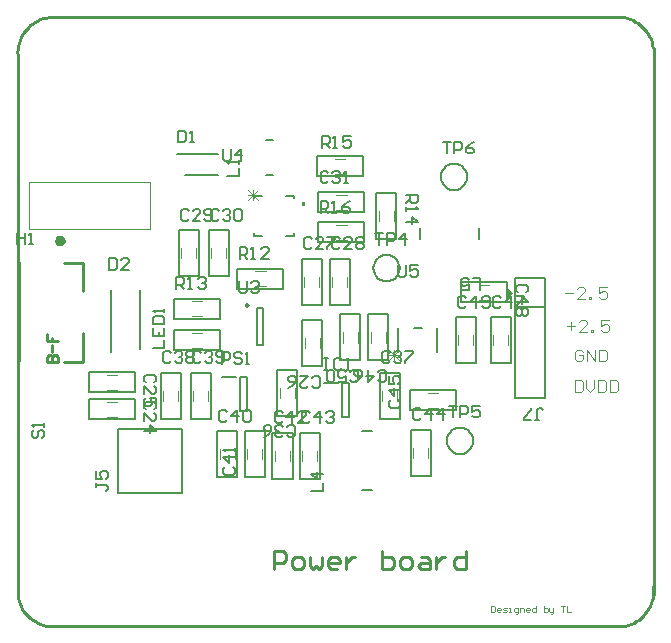
<source format=gto>
G04 Layer_Color=65535*
%FSLAX25Y25*%
%MOIN*%
G70*
G01*
G75*
%ADD26C,0.01000*%
%ADD35C,0.01575*%
%ADD36C,0.00700*%
%ADD37C,0.00984*%
%ADD38C,0.00787*%
%ADD39C,0.00500*%
%ADD40C,0.00400*%
%ADD41C,0.00394*%
%ADD42C,0.00600*%
%ADD43C,0.00591*%
%ADD44C,0.00300*%
G36*
X451302Y296437D02*
X448802Y293937D01*
Y298937D01*
X451302Y296437D01*
D02*
G37*
G36*
X381703Y325424D02*
X380703D01*
Y326924D01*
X381703D01*
Y325424D01*
D02*
G37*
D26*
X296358Y388484D02*
X295384Y388310D01*
X294428Y388055D01*
X293496Y387723D01*
X292595Y387314D01*
X291731Y386833D01*
X290909Y386282D01*
X290136Y385665D01*
X289416Y384986D01*
X288755Y384250D01*
X288157Y383462D01*
X287625Y382627D01*
X287165Y381751D01*
X286779Y380841D01*
X286469Y379901D01*
X286237Y378939D01*
X286086Y377961D01*
X286017Y376974D01*
X286029Y375985D01*
X286122Y375000D01*
X497835Y378248D02*
X497660Y379222D01*
X497406Y380178D01*
X497073Y381110D01*
X496665Y382011D01*
X496183Y382875D01*
X495632Y383697D01*
X495015Y384471D01*
X494336Y385190D01*
X493600Y385852D01*
X492812Y386450D01*
X491978Y386981D01*
X491102Y387441D01*
X490191Y387828D01*
X489251Y388138D01*
X488289Y388369D01*
X487312Y388520D01*
X486325Y388590D01*
X485335Y388578D01*
X484350Y388484D01*
X286024Y195768D02*
X286198Y194794D01*
X286453Y193838D01*
X286785Y192906D01*
X287194Y192005D01*
X287675Y191140D01*
X288226Y190319D01*
X288843Y189545D01*
X289522Y188826D01*
X290258Y188164D01*
X291046Y187566D01*
X291881Y187035D01*
X292757Y186574D01*
X293667Y186188D01*
X294607Y185878D01*
X295569Y185647D01*
X296547Y185496D01*
X297534Y185426D01*
X298523Y185438D01*
X299508Y185531D01*
X487598Y185433D02*
X488572Y185608D01*
X489528Y185862D01*
X490460Y186195D01*
X491361Y186603D01*
X492226Y187084D01*
X493048Y187636D01*
X493821Y188253D01*
X494541Y188931D01*
X495202Y189667D01*
X495800Y190455D01*
X496331Y191290D01*
X496792Y192166D01*
X497178Y193077D01*
X497488Y194016D01*
X497719Y194978D01*
X497870Y195956D01*
X497940Y196943D01*
X497928Y197932D01*
X497835Y198917D01*
X301605Y273520D02*
X307904D01*
X301605Y306591D02*
X307904D01*
Y273520D02*
Y283166D01*
X286447Y273717D02*
Y306788D01*
X307904Y297143D02*
Y306591D01*
X498032Y195669D02*
Y378248D01*
X295472Y185433D02*
X488878D01*
X296555Y388484D02*
X486614D01*
X286122Y194783D02*
Y375000D01*
X295897Y273324D02*
X299439D01*
Y275095D01*
X298849Y275685D01*
X298259D01*
X297668Y275095D01*
Y273324D01*
Y275095D01*
X297078Y275685D01*
X296488D01*
X295897Y275095D01*
Y273324D01*
X297668Y276866D02*
Y279227D01*
X295897Y282769D02*
Y280408D01*
X297668D01*
Y281589D01*
Y280408D01*
X299439D01*
X371655Y204387D02*
Y210385D01*
X374654D01*
X375654Y209386D01*
Y207386D01*
X374654Y206387D01*
X371655D01*
X378653Y204387D02*
X380652D01*
X381652Y205387D01*
Y207386D01*
X380652Y208386D01*
X378653D01*
X377653Y207386D01*
Y205387D01*
X378653Y204387D01*
X383651Y208386D02*
Y205387D01*
X384651Y204387D01*
X385651Y205387D01*
X386650Y204387D01*
X387650Y205387D01*
Y208386D01*
X392648Y204387D02*
X390649D01*
X389649Y205387D01*
Y207386D01*
X390649Y208386D01*
X392648D01*
X393648Y207386D01*
Y206387D01*
X389649D01*
X395647Y208386D02*
Y204387D01*
Y206387D01*
X396647Y207386D01*
X397647Y208386D01*
X398646D01*
X407644Y210385D02*
Y204387D01*
X410642D01*
X411642Y205387D01*
Y206387D01*
Y207386D01*
X410642Y208386D01*
X407644D01*
X414641Y204387D02*
X416641D01*
X417640Y205387D01*
Y207386D01*
X416641Y208386D01*
X414641D01*
X413642Y207386D01*
Y205387D01*
X414641Y204387D01*
X420639Y208386D02*
X422639D01*
X423638Y207386D01*
Y204387D01*
X420639D01*
X419640Y205387D01*
X420639Y206387D01*
X423638D01*
X425638Y208386D02*
Y204387D01*
Y206387D01*
X426637Y207386D01*
X427637Y208386D01*
X428637D01*
X435634Y210385D02*
Y204387D01*
X432635D01*
X431636Y205387D01*
Y207386D01*
X432635Y208386D01*
X435634D01*
D35*
X299176Y313926D02*
X299668Y313074D01*
X300652D01*
X301144Y313926D01*
X300652Y314778D01*
X299668D01*
X299176Y313926D01*
D36*
X413404Y304737D02*
X413293Y305716D01*
X412968Y306647D01*
X412443Y307481D01*
X411746Y308178D01*
X410912Y308702D01*
X409982Y309028D01*
X409002Y309138D01*
X408023Y309028D01*
X407093Y308702D01*
X406258Y308178D01*
X405561Y307481D01*
X405037Y306647D01*
X404712Y305716D01*
X404601Y304737D01*
X404712Y303758D01*
X405037Y302827D01*
X405561Y301993D01*
X406258Y301296D01*
X407093Y300772D01*
X408023Y300446D01*
X409002Y300336D01*
X409982Y300446D01*
X410912Y300772D01*
X411746Y301296D01*
X412443Y301993D01*
X412968Y302827D01*
X413293Y303758D01*
X413404Y304737D01*
X437903Y247237D02*
X437793Y248216D01*
X437468Y249147D01*
X436943Y249981D01*
X436246Y250678D01*
X435412Y251202D01*
X434482Y251528D01*
X433502Y251638D01*
X432523Y251528D01*
X431593Y251202D01*
X430758Y250678D01*
X430061Y249981D01*
X429537Y249147D01*
X429212Y248216D01*
X429101Y247237D01*
X429212Y246258D01*
X429537Y245327D01*
X430061Y244493D01*
X430758Y243796D01*
X431593Y243272D01*
X432523Y242946D01*
X433502Y242836D01*
X434482Y242946D01*
X435412Y243272D01*
X436246Y243796D01*
X436943Y244493D01*
X437468Y245327D01*
X437793Y246258D01*
X437903Y247237D01*
X435904Y335237D02*
X435793Y336216D01*
X435468Y337147D01*
X434943Y337981D01*
X434246Y338678D01*
X433412Y339202D01*
X432482Y339528D01*
X431502Y339638D01*
X430523Y339528D01*
X429593Y339202D01*
X428758Y338678D01*
X428061Y337981D01*
X427537Y337147D01*
X427212Y336216D01*
X427101Y335237D01*
X427212Y334258D01*
X427537Y333327D01*
X428061Y332493D01*
X428758Y331796D01*
X429593Y331272D01*
X430523Y330946D01*
X431502Y330836D01*
X432482Y330946D01*
X433412Y331272D01*
X434246Y331796D01*
X434943Y332493D01*
X435468Y333327D01*
X435793Y334258D01*
X435904Y335237D01*
X451902Y291937D02*
X461802D01*
X451902Y261437D02*
X461902D01*
Y301437D01*
X451902D02*
X461902D01*
X451902Y261437D02*
Y301437D01*
X319364Y229876D02*
Y251135D01*
X340821D01*
Y229876D02*
Y251135D01*
X319364Y229876D02*
X340821D01*
D37*
X362770Y292422D02*
X362032Y292848D01*
Y291996D01*
X362770Y292422D01*
D38*
X439845Y314465D02*
Y318009D01*
X420160Y314465D02*
Y318009D01*
X354219Y268642D02*
X358943D01*
X360321Y257028D02*
Y268446D01*
Y257028D02*
X362684D01*
Y268446D01*
X360321D02*
X362684D01*
X367987Y279135D02*
Y291339D01*
X366018Y279135D02*
Y291339D01*
Y279135D02*
X367987D01*
X366018Y291339D02*
X367987D01*
X400731Y230894D02*
X404274D01*
X400731Y250580D02*
X404274D01*
X368821Y335871D02*
X371183D01*
X368821Y347603D02*
X371183D01*
X388219Y266642D02*
X392943D01*
X394321Y255028D02*
Y266446D01*
Y255028D02*
X396684D01*
Y266446D01*
X394321D02*
X396684D01*
X326924Y277894D02*
Y297580D01*
X317081Y276713D02*
Y297580D01*
X341990Y335694D02*
X353014D01*
X339195Y342780D02*
X353014D01*
D39*
X353550Y277437D02*
Y284137D01*
X338250Y277437D02*
X353550D01*
X338250D02*
Y284137D01*
X353550D01*
X359302Y297837D02*
Y304537D01*
X374602D01*
Y297837D02*
Y304537D01*
X359302Y297837D02*
X374602D01*
X338250Y287837D02*
Y294537D01*
X353550D01*
Y287837D02*
Y294537D01*
X338250Y287837D02*
X353550D01*
X405602Y329937D02*
X412302D01*
Y314637D02*
Y329937D01*
X405602Y314637D02*
X412302D01*
X405602D02*
Y329937D01*
X401202Y335437D02*
Y342137D01*
X385902Y335437D02*
X401202D01*
X385902D02*
Y342137D01*
X401202D01*
X386302Y313337D02*
Y320037D01*
X401602D01*
Y313337D02*
Y320037D01*
X386302Y313337D02*
X401602D01*
X393602Y289337D02*
X400302D01*
Y274037D02*
Y289337D01*
X393602Y274037D02*
X400302D01*
X393602D02*
Y289337D01*
X432202Y273037D02*
X438902D01*
X432202D02*
Y288337D01*
X438902D01*
Y273037D02*
Y288337D01*
X433802Y293337D02*
Y300037D01*
X449102D01*
Y293337D02*
Y300037D01*
X433802Y293337D02*
X449102D01*
X443702Y273037D02*
X450402D01*
X443702D02*
Y288337D01*
X450402D01*
Y273037D02*
Y288337D01*
X402802Y289337D02*
X409502D01*
Y274037D02*
Y289337D01*
X402802Y274037D02*
X409502D01*
X402802D02*
Y289337D01*
X432202Y257437D02*
Y264137D01*
X416902Y257437D02*
X432202D01*
X416902D02*
Y264137D01*
X432202D01*
X417202Y235537D02*
X423902D01*
X417202D02*
Y250837D01*
X423902D01*
Y235537D02*
Y250837D01*
X380202Y234537D02*
X386902D01*
X380202D02*
Y249837D01*
X386902D01*
Y234537D02*
Y249837D01*
X371002Y234537D02*
X377702D01*
X371002D02*
Y249837D01*
X377702D01*
Y234537D02*
Y249837D01*
X361802Y235037D02*
X368502D01*
X361802D02*
Y250337D01*
X368502D01*
Y235037D02*
Y250337D01*
X352602Y235037D02*
X359302D01*
X352602D02*
Y250337D01*
X359302D01*
Y235037D02*
Y250337D01*
X343702Y254537D02*
X350402D01*
X343702D02*
Y269837D01*
X350402D01*
Y254537D02*
Y269837D01*
X333702Y254537D02*
X340402D01*
X333702D02*
Y269837D01*
X340402D01*
Y254537D02*
Y269837D01*
X406702Y254537D02*
X413402D01*
X406702D02*
Y269837D01*
X413402D01*
Y254537D02*
Y269837D01*
X372602Y270937D02*
X379302D01*
Y255637D02*
Y270937D01*
X372602Y255637D02*
X379302D01*
X372602D02*
Y270937D01*
X386302Y323337D02*
Y330037D01*
X401602D01*
Y323337D02*
Y330037D01*
X386302Y323337D02*
X401602D01*
X349702Y302037D02*
X356402D01*
X349702D02*
Y317337D01*
X356402D01*
Y302037D02*
Y317337D01*
X339702Y302037D02*
X346402D01*
X339702D02*
Y317337D01*
X346402D01*
Y302037D02*
Y317337D01*
X390202Y292537D02*
X396902D01*
X390202D02*
Y307837D01*
X396902D01*
Y292537D02*
Y307837D01*
X380702Y292537D02*
X387402D01*
X380702D02*
Y307837D01*
X387402D01*
Y292537D02*
Y307837D01*
X380802Y287437D02*
X387502D01*
Y272137D02*
Y287437D01*
X380802Y272137D02*
X387502D01*
X380802D02*
Y287437D01*
X309802Y263337D02*
Y270037D01*
X325102D01*
Y263337D02*
Y270037D01*
X309802Y263337D02*
X325102D01*
X309802Y254337D02*
Y261037D01*
X325102D01*
Y254337D02*
Y261037D01*
X309802Y254337D02*
X325102D01*
D40*
X344150Y283237D02*
X347550D01*
X344150Y278237D02*
X347550D01*
X365302Y298737D02*
X368702D01*
X365302Y303737D02*
X368702D01*
X344250Y288737D02*
X347650D01*
X344250Y293737D02*
X347650D01*
X406502Y320537D02*
Y323937D01*
X411502Y320537D02*
Y323937D01*
X391802Y341237D02*
X395202D01*
X391802Y336237D02*
X395202D01*
X392302Y314237D02*
X395702D01*
X392302Y319237D02*
X395702D01*
X394502Y279937D02*
Y283337D01*
X399502Y279937D02*
Y283337D01*
X438002Y279037D02*
Y282437D01*
X433002Y279037D02*
Y282437D01*
X439802Y294237D02*
X443202D01*
X439802Y299237D02*
X443202D01*
X449502Y279037D02*
Y282437D01*
X444502Y279037D02*
Y282437D01*
X403702Y279937D02*
Y283337D01*
X408702Y279937D02*
Y283337D01*
X422802Y263237D02*
X426202D01*
X422802Y258237D02*
X426202D01*
X423002Y241537D02*
Y244937D01*
X418002Y241537D02*
Y244937D01*
X386002Y240537D02*
Y243937D01*
X381002Y240537D02*
Y243937D01*
X376802Y240537D02*
Y243937D01*
X371802Y240537D02*
Y243937D01*
X367602Y241037D02*
Y244437D01*
X362602Y241037D02*
Y244437D01*
X358402Y241037D02*
Y244437D01*
X353402Y241037D02*
Y244437D01*
X349502Y260537D02*
Y263937D01*
X344502Y260537D02*
Y263937D01*
X339502Y260537D02*
Y263937D01*
X334502Y260537D02*
Y263937D01*
X412502Y260537D02*
Y263937D01*
X407502Y260537D02*
Y263937D01*
X373502Y261537D02*
Y264937D01*
X378502Y261537D02*
Y264937D01*
X392302Y324237D02*
X395702D01*
X392302Y329237D02*
X395702D01*
X355502Y308037D02*
Y311437D01*
X350502Y308037D02*
Y311437D01*
X345502Y308037D02*
Y311437D01*
X340502Y308037D02*
Y311437D01*
X396002Y298537D02*
Y301937D01*
X391002Y298537D02*
Y301937D01*
X386502Y298537D02*
Y301937D01*
X381502Y298537D02*
Y301937D01*
X381702Y278037D02*
Y281437D01*
X386702Y278037D02*
Y281437D01*
X315802Y264237D02*
X319202D01*
X315802Y269237D02*
X319202D01*
X315802Y255237D02*
X319202D01*
X315802Y260237D02*
X319202D01*
D41*
X289924Y317863D02*
X330081D01*
Y333611D01*
X289924D02*
X330081D01*
X289924Y317863D02*
Y333611D01*
X443998Y192182D02*
Y190214D01*
X444982D01*
X445309Y190542D01*
Y191854D01*
X444982Y192182D01*
X443998D01*
X446949Y190214D02*
X446293D01*
X445965Y190542D01*
Y191198D01*
X446293Y191526D01*
X446949D01*
X447277Y191198D01*
Y190870D01*
X445965D01*
X447933Y190214D02*
X448917D01*
X449245Y190542D01*
X448917Y190870D01*
X448261D01*
X447933Y191198D01*
X448261Y191526D01*
X449245D01*
X449901Y190214D02*
X450557D01*
X450229D01*
Y191526D01*
X449901D01*
X452197Y189558D02*
X452525D01*
X452853Y189886D01*
Y191526D01*
X451869D01*
X451541Y191198D01*
Y190542D01*
X451869Y190214D01*
X452853D01*
X453509D02*
Y191526D01*
X454493D01*
X454821Y191198D01*
Y190214D01*
X456461D02*
X455805D01*
X455477Y190542D01*
Y191198D01*
X455805Y191526D01*
X456461D01*
X456789Y191198D01*
Y190870D01*
X455477D01*
X458757Y192182D02*
Y190214D01*
X457773D01*
X457445Y190542D01*
Y191198D01*
X457773Y191526D01*
X458757D01*
X461380Y192182D02*
Y190214D01*
X462364D01*
X462692Y190542D01*
Y190870D01*
Y191198D01*
X462364Y191526D01*
X461380D01*
X463348D02*
Y190542D01*
X463676Y190214D01*
X464660D01*
Y189886D01*
X464332Y189558D01*
X464004D01*
X464660Y190214D02*
Y191526D01*
X467284Y192182D02*
X468596D01*
X467940D01*
Y190214D01*
X469252Y192182D02*
Y190214D01*
X470564D01*
X469279Y285607D02*
X471903D01*
X470591Y286919D02*
Y284295D01*
X475838Y283639D02*
X473214D01*
X475838Y286263D01*
Y286919D01*
X475182Y287575D01*
X473870D01*
X473214Y286919D01*
X477150Y283639D02*
Y284295D01*
X477806D01*
Y283639D01*
X477150D01*
X483054Y287575D02*
X480430D01*
Y285607D01*
X481742Y286263D01*
X482398D01*
X483054Y285607D01*
Y284295D01*
X482398Y283639D01*
X481086D01*
X480430Y284295D01*
X468688Y296434D02*
X471312D01*
X475248Y294466D02*
X472624D01*
X475248Y297090D01*
Y297746D01*
X474592Y298402D01*
X473280D01*
X472624Y297746D01*
X476560Y294466D02*
Y295122D01*
X477216D01*
Y294466D01*
X476560D01*
X482463Y298402D02*
X479840D01*
Y296434D01*
X481151Y297090D01*
X481807D01*
X482463Y296434D01*
Y295122D01*
X481807Y294466D01*
X480495D01*
X479840Y295122D01*
X471739Y267398D02*
Y263462D01*
X473707D01*
X474363Y264118D01*
Y266742D01*
X473707Y267398D01*
X471739D01*
X475675D02*
Y264774D01*
X476987Y263462D01*
X478299Y264774D01*
Y267398D01*
X479611D02*
Y263462D01*
X481579D01*
X482235Y264118D01*
Y266742D01*
X481579Y267398D01*
X479611D01*
X483547D02*
Y263462D01*
X485514D01*
X486170Y264118D01*
Y266742D01*
X485514Y267398D01*
X483547D01*
X474560Y276978D02*
X473904Y277634D01*
X472592D01*
X471936Y276978D01*
Y274354D01*
X472592Y273698D01*
X473904D01*
X474560Y274354D01*
Y275666D01*
X473248D01*
X475872Y273698D02*
Y277634D01*
X478496Y273698D01*
Y277634D01*
X479808D02*
Y273698D01*
X481776D01*
X482432Y274354D01*
Y276978D01*
X481776Y277634D01*
X479808D01*
D42*
X375568Y315536D02*
X378203D01*
X364802D02*
X367437D01*
X378203D02*
Y316439D01*
X375568Y328938D02*
X378203D01*
X364802Y328035D02*
Y328938D01*
Y315536D02*
Y316439D01*
X378203Y328035D02*
Y328938D01*
X364802D02*
X367437D01*
X426002Y276787D02*
Y284687D01*
X418172D02*
X420832D01*
X413002Y276787D02*
Y284687D01*
D43*
X440352Y297551D02*
Y301487D01*
X437729D01*
X433793Y297551D02*
X436417D01*
Y299519D01*
X435105Y298863D01*
X434449D01*
X433793Y299519D01*
Y300831D01*
X434449Y301487D01*
X435761D01*
X436417Y300831D01*
X331065Y278187D02*
X335000D01*
Y280811D01*
X331065Y284747D02*
Y282123D01*
X335000D01*
Y284747D01*
X333032Y282123D02*
Y283435D01*
X331065Y286058D02*
X335000D01*
Y288026D01*
X334345Y288682D01*
X331721D01*
X331065Y288026D01*
Y286058D01*
X335000Y289994D02*
Y291306D01*
Y290650D01*
X331065D01*
X331721Y289994D01*
X354152Y272787D02*
Y276723D01*
X356120D01*
X356776Y276067D01*
Y274755D01*
X356120Y274099D01*
X354152D01*
X360712Y276067D02*
X360056Y276723D01*
X358744D01*
X358088Y276067D01*
Y275411D01*
X358744Y274755D01*
X360056D01*
X360712Y274099D01*
Y273443D01*
X360056Y272787D01*
X358744D01*
X358088Y273443D01*
X362024Y272787D02*
X363336D01*
X362680D01*
Y276723D01*
X362024Y276067D01*
X360052Y307787D02*
Y311723D01*
X362020D01*
X362676Y311067D01*
Y309755D01*
X362020Y309099D01*
X360052D01*
X361364D02*
X362676Y307787D01*
X363988D02*
X365300D01*
X364644D01*
Y311723D01*
X363988Y311067D01*
X369892Y307787D02*
X367268D01*
X369892Y310411D01*
Y311067D01*
X369236Y311723D01*
X367924D01*
X367268Y311067D01*
X339000Y297787D02*
Y301723D01*
X340968D01*
X341624Y301067D01*
Y299755D01*
X340968Y299099D01*
X339000D01*
X340312D02*
X341624Y297787D01*
X342936D02*
X344248D01*
X343592D01*
Y301723D01*
X342936Y301067D01*
X346216D02*
X346872Y301723D01*
X348184D01*
X348840Y301067D01*
Y300411D01*
X348184Y299755D01*
X347528D01*
X348184D01*
X348840Y299099D01*
Y298443D01*
X348184Y297787D01*
X346872D01*
X346216Y298443D01*
X415552Y329187D02*
X419488D01*
Y327219D01*
X418832Y326563D01*
X417520D01*
X416864Y327219D01*
Y329187D01*
Y327875D02*
X415552Y326563D01*
Y325251D02*
Y323939D01*
Y324595D01*
X419488D01*
X418832Y325251D01*
X415552Y320004D02*
X419488D01*
X417520Y321972D01*
Y319348D01*
X387402Y344783D02*
Y348719D01*
X389369D01*
X390025Y348063D01*
Y346751D01*
X389369Y346095D01*
X387402D01*
X388714D02*
X390025Y344783D01*
X391337D02*
X392649D01*
X391993D01*
Y348719D01*
X391337Y348063D01*
X397241Y348719D02*
X394617D01*
Y346751D01*
X395929Y347407D01*
X396585D01*
X397241Y346751D01*
Y345439D01*
X396585Y344783D01*
X395273D01*
X394617Y345439D01*
X387052Y323287D02*
Y327223D01*
X389020D01*
X389676Y326567D01*
Y325255D01*
X389020Y324599D01*
X387052D01*
X388364D02*
X389676Y323287D01*
X390988D02*
X392300D01*
X391644D01*
Y327223D01*
X390988Y326567D01*
X396892Y327223D02*
X395580Y326567D01*
X394268Y325255D01*
Y323943D01*
X394924Y323287D01*
X396236D01*
X396892Y323943D01*
Y324599D01*
X396236Y325255D01*
X394268D01*
X291602Y250655D02*
X290946Y249999D01*
Y248688D01*
X291602Y248031D01*
X292258D01*
X292914Y248688D01*
Y249999D01*
X293570Y250655D01*
X294226D01*
X294882Y249999D01*
Y248688D01*
X294226Y248031D01*
X294882Y251967D02*
Y253279D01*
Y252623D01*
X290946D01*
X291602Y251967D01*
X405252Y316423D02*
X407876D01*
X406564D01*
Y312487D01*
X409188D02*
Y316423D01*
X411156D01*
X411812Y315767D01*
Y314455D01*
X411156Y313799D01*
X409188D01*
X415092Y312487D02*
Y316423D01*
X413124Y314455D01*
X415748D01*
X429752Y258923D02*
X432376D01*
X431064D01*
Y254987D01*
X433688D02*
Y258923D01*
X435656D01*
X436312Y258267D01*
Y256955D01*
X435656Y256299D01*
X433688D01*
X440248Y258923D02*
X437624D01*
Y256955D01*
X438936Y257611D01*
X439592D01*
X440248Y256955D01*
Y255643D01*
X439592Y254987D01*
X438280D01*
X437624Y255643D01*
X427752Y346923D02*
X430376D01*
X429064D01*
Y342987D01*
X431688D02*
Y346923D01*
X433656D01*
X434312Y346267D01*
Y344955D01*
X433656Y344299D01*
X431688D01*
X438248Y346923D02*
X436936Y346267D01*
X435624Y344955D01*
Y343643D01*
X436280Y342987D01*
X437592D01*
X438248Y343643D01*
Y344299D01*
X437592Y344955D01*
X435624D01*
X359952Y300323D02*
Y297043D01*
X360608Y296387D01*
X361920D01*
X362576Y297043D01*
Y300323D01*
X363888Y299667D02*
X364544Y300323D01*
X365856D01*
X366512Y299667D01*
Y299011D01*
X365856Y298355D01*
X365200D01*
X365856D01*
X366512Y297699D01*
Y297043D01*
X365856Y296387D01*
X364544D01*
X363888Y297043D01*
X354452Y344423D02*
Y341143D01*
X355108Y340487D01*
X356420D01*
X357076Y341143D01*
Y344423D01*
X360356Y340487D02*
Y344423D01*
X358388Y342455D01*
X361012D01*
X458629Y254151D02*
X459940D01*
X459284D01*
Y257431D01*
X459940Y258087D01*
X460596D01*
X461252Y257431D01*
X457317Y254151D02*
X454693D01*
Y254807D01*
X457317Y257431D01*
Y258087D01*
X413002Y305673D02*
Y302393D01*
X413658Y301737D01*
X414970D01*
X415626Y302393D01*
Y305673D01*
X419562D02*
X416938D01*
Y303705D01*
X418250Y304361D01*
X418906D01*
X419562Y303705D01*
Y302393D01*
X418906Y301737D01*
X417594D01*
X416938Y302393D01*
X312117Y233111D02*
Y231799D01*
Y232455D01*
X315396D01*
X316052Y231799D01*
Y231143D01*
X315396Y230487D01*
X312117Y237047D02*
Y234423D01*
X314085D01*
X313428Y235735D01*
Y236391D01*
X314085Y237047D01*
X315396D01*
X316052Y236391D01*
Y235079D01*
X315396Y234423D01*
X383817Y230387D02*
X387752D01*
Y233011D01*
Y236291D02*
X383817D01*
X385785Y234323D01*
Y236947D01*
X355917Y335587D02*
X359852D01*
Y338211D01*
Y339523D02*
Y340835D01*
Y340179D01*
X355917D01*
X356573Y339523D01*
X388152Y274723D02*
X389464D01*
X388808D01*
Y270787D01*
X388152D01*
X389464D01*
X394056Y274067D02*
X393400Y274723D01*
X392088D01*
X391432Y274067D01*
Y271443D01*
X392088Y270787D01*
X393400D01*
X394056Y271443D01*
X395368Y270787D02*
X396680D01*
X396024D01*
Y274723D01*
X395368Y274067D01*
X285952Y316623D02*
Y312687D01*
Y314655D01*
X288576D01*
Y316623D01*
Y312687D01*
X289888D02*
X291200D01*
X290544D01*
Y316623D01*
X289888Y315967D01*
X316652Y308023D02*
Y304087D01*
X318620D01*
X319276Y304743D01*
Y307367D01*
X318620Y308023D01*
X316652D01*
X323212Y304087D02*
X320588D01*
X323212Y306711D01*
Y307367D01*
X322556Y308023D01*
X321244D01*
X320588Y307367D01*
X339552Y350623D02*
Y346687D01*
X341520D01*
X342176Y347343D01*
Y349967D01*
X341520Y350623D01*
X339552D01*
X343488Y346687D02*
X344800D01*
X344144D01*
Y350623D01*
X343488Y349967D01*
X396929Y267507D02*
X397585Y266851D01*
X398896D01*
X399552Y267507D01*
Y270131D01*
X398896Y270787D01*
X397585D01*
X396929Y270131D01*
X392993Y266851D02*
X395617D01*
Y268819D01*
X394305Y268163D01*
X393649D01*
X392993Y268819D01*
Y270131D01*
X393649Y270787D01*
X394961D01*
X395617Y270131D01*
X391681Y267507D02*
X391025Y266851D01*
X389713D01*
X389057Y267507D01*
Y270131D01*
X389713Y270787D01*
X391025D01*
X391681Y270131D01*
Y267507D01*
X435576Y294867D02*
X434920Y295523D01*
X433608D01*
X432952Y294867D01*
Y292243D01*
X433608Y291587D01*
X434920D01*
X435576Y292243D01*
X438856Y291587D02*
Y295523D01*
X436888Y293555D01*
X439512D01*
X440824Y292243D02*
X441480Y291587D01*
X442792D01*
X443448Y292243D01*
Y294867D01*
X442792Y295523D01*
X441480D01*
X440824Y294867D01*
Y294211D01*
X441480Y293555D01*
X443448D01*
X455632Y296663D02*
X456288Y297319D01*
Y298631D01*
X455632Y299287D01*
X453008D01*
X452352Y298631D01*
Y297319D01*
X453008Y296663D01*
X452352Y293383D02*
X456288D01*
X454320Y295351D01*
Y292727D01*
X455632Y291416D02*
X456288Y290760D01*
Y289448D01*
X455632Y288792D01*
X454976D01*
X454320Y289448D01*
X453664Y288792D01*
X453008D01*
X452352Y289448D01*
Y290760D01*
X453008Y291416D01*
X453664D01*
X454320Y290760D01*
X454976Y291416D01*
X455632D01*
X454320Y290760D02*
Y289448D01*
X447076Y294867D02*
X446420Y295523D01*
X445108D01*
X444452Y294867D01*
Y292243D01*
X445108Y291587D01*
X446420D01*
X447076Y292243D01*
X450356Y291587D02*
Y295523D01*
X448388Y293555D01*
X451012D01*
X452324Y295523D02*
X454948D01*
Y294867D01*
X452324Y292243D01*
Y291587D01*
X406129Y267507D02*
X406784Y266851D01*
X408096D01*
X408752Y267507D01*
Y270131D01*
X408096Y270787D01*
X406784D01*
X406129Y270131D01*
X402849Y270787D02*
Y266851D01*
X404817Y268819D01*
X402193D01*
X398257Y266851D02*
X399569Y267507D01*
X400881Y268819D01*
Y270131D01*
X400225Y270787D01*
X398913D01*
X398257Y270131D01*
Y269475D01*
X398913Y268819D01*
X400881D01*
X410373Y260811D02*
X409717Y260155D01*
Y258843D01*
X410373Y258187D01*
X412996D01*
X413652Y258843D01*
Y260155D01*
X412996Y260811D01*
X413652Y264091D02*
X409717D01*
X411685Y262123D01*
Y264747D01*
X409717Y268682D02*
Y266058D01*
X411685D01*
X411028Y267370D01*
Y268026D01*
X411685Y268682D01*
X412996D01*
X413652Y268026D01*
Y266714D01*
X412996Y266058D01*
X420576Y257367D02*
X419920Y258023D01*
X418608D01*
X417952Y257367D01*
Y254743D01*
X418608Y254087D01*
X419920D01*
X420576Y254743D01*
X423856Y254087D02*
Y258023D01*
X421888Y256055D01*
X424512D01*
X427792Y254087D02*
Y258023D01*
X425824Y256055D01*
X428448D01*
X383576Y256367D02*
X382920Y257023D01*
X381608D01*
X380952Y256367D01*
Y253743D01*
X381608Y253087D01*
X382920D01*
X383576Y253743D01*
X386856Y253087D02*
Y257023D01*
X384888Y255055D01*
X387512D01*
X388824Y256367D02*
X389480Y257023D01*
X390792D01*
X391448Y256367D01*
Y255711D01*
X390792Y255055D01*
X390136D01*
X390792D01*
X391448Y254399D01*
Y253743D01*
X390792Y253087D01*
X389480D01*
X388824Y253743D01*
X374376Y256367D02*
X373720Y257023D01*
X372408D01*
X371752Y256367D01*
Y253743D01*
X372408Y253087D01*
X373720D01*
X374376Y253743D01*
X377656Y253087D02*
Y257023D01*
X375688Y255055D01*
X378312D01*
X382248Y253087D02*
X379624D01*
X382248Y255711D01*
Y256367D01*
X381592Y257023D01*
X380280D01*
X379624Y256367D01*
X355273Y238411D02*
X354617Y237755D01*
Y236443D01*
X355273Y235787D01*
X357896D01*
X358552Y236443D01*
Y237755D01*
X357896Y238411D01*
X358552Y241691D02*
X354617D01*
X356585Y239723D01*
Y242347D01*
X358552Y243658D02*
Y244970D01*
Y244314D01*
X354617D01*
X355273Y243658D01*
X355976Y256867D02*
X355320Y257523D01*
X354008D01*
X353352Y256867D01*
Y254243D01*
X354008Y253587D01*
X355320D01*
X355976Y254243D01*
X359256Y253587D02*
Y257523D01*
X357288Y255555D01*
X359912D01*
X361224Y256867D02*
X361880Y257523D01*
X363192D01*
X363848Y256867D01*
Y254243D01*
X363192Y253587D01*
X361880D01*
X361224Y254243D01*
Y256867D01*
X347076Y276367D02*
X346420Y277023D01*
X345108D01*
X344452Y276367D01*
Y273743D01*
X345108Y273087D01*
X346420D01*
X347076Y273743D01*
X348388Y276367D02*
X349044Y277023D01*
X350356D01*
X351012Y276367D01*
Y275711D01*
X350356Y275055D01*
X349700D01*
X350356D01*
X351012Y274399D01*
Y273743D01*
X350356Y273087D01*
X349044D01*
X348388Y273743D01*
X352324D02*
X352980Y273087D01*
X354292D01*
X354948Y273743D01*
Y276367D01*
X354292Y277023D01*
X352980D01*
X352324Y276367D01*
Y275711D01*
X352980Y275055D01*
X354948D01*
X337076Y276367D02*
X336420Y277023D01*
X335108D01*
X334452Y276367D01*
Y273743D01*
X335108Y273087D01*
X336420D01*
X337076Y273743D01*
X338388Y276367D02*
X339044Y277023D01*
X340356D01*
X341012Y276367D01*
Y275711D01*
X340356Y275055D01*
X339700D01*
X340356D01*
X341012Y274399D01*
Y273743D01*
X340356Y273087D01*
X339044D01*
X338388Y273743D01*
X342324Y276367D02*
X342980Y277023D01*
X344292D01*
X344948Y276367D01*
Y275711D01*
X344292Y275055D01*
X344948Y274399D01*
Y273743D01*
X344292Y273087D01*
X342980D01*
X342324Y273743D01*
Y274399D01*
X342980Y275055D01*
X342324Y275711D01*
Y276367D01*
X342980Y275055D02*
X344292D01*
X410076Y276367D02*
X409420Y277023D01*
X408108D01*
X407452Y276367D01*
Y273743D01*
X408108Y273087D01*
X409420D01*
X410076Y273743D01*
X411388Y276367D02*
X412044Y277023D01*
X413356D01*
X414012Y276367D01*
Y275711D01*
X413356Y275055D01*
X412700D01*
X413356D01*
X414012Y274399D01*
Y273743D01*
X413356Y273087D01*
X412044D01*
X411388Y273743D01*
X415324Y277023D02*
X417948D01*
Y276367D01*
X415324Y273743D01*
Y273087D01*
X375928Y249107D02*
X376585Y248451D01*
X377896D01*
X378552Y249107D01*
Y251731D01*
X377896Y252387D01*
X376585D01*
X375928Y251731D01*
X374617Y249107D02*
X373961Y248451D01*
X372649D01*
X371993Y249107D01*
Y249763D01*
X372649Y250419D01*
X373305D01*
X372649D01*
X371993Y251075D01*
Y251731D01*
X372649Y252387D01*
X373961D01*
X374617Y251731D01*
X368057Y248451D02*
X369369Y249107D01*
X370681Y250419D01*
Y251731D01*
X370025Y252387D01*
X368713D01*
X368057Y251731D01*
Y251075D01*
X368713Y250419D01*
X370681D01*
X389676Y336567D02*
X389020Y337223D01*
X387708D01*
X387052Y336567D01*
Y333943D01*
X387708Y333287D01*
X389020D01*
X389676Y333943D01*
X390988Y336567D02*
X391644Y337223D01*
X392956D01*
X393612Y336567D01*
Y335911D01*
X392956Y335255D01*
X392300D01*
X392956D01*
X393612Y334599D01*
Y333943D01*
X392956Y333287D01*
X391644D01*
X390988Y333943D01*
X394924Y333287D02*
X396236D01*
X395580D01*
Y337223D01*
X394924Y336567D01*
X353076Y323867D02*
X352420Y324523D01*
X351108D01*
X350452Y323867D01*
Y321243D01*
X351108Y320587D01*
X352420D01*
X353076Y321243D01*
X354388Y323867D02*
X355044Y324523D01*
X356356D01*
X357012Y323867D01*
Y323211D01*
X356356Y322555D01*
X355700D01*
X356356D01*
X357012Y321899D01*
Y321243D01*
X356356Y320587D01*
X355044D01*
X354388Y321243D01*
X358324Y323867D02*
X358980Y324523D01*
X360292D01*
X360948Y323867D01*
Y321243D01*
X360292Y320587D01*
X358980D01*
X358324Y321243D01*
Y323867D01*
X343076D02*
X342420Y324523D01*
X341108D01*
X340452Y323867D01*
Y321243D01*
X341108Y320587D01*
X342420D01*
X343076Y321243D01*
X347012Y320587D02*
X344388D01*
X347012Y323211D01*
Y323867D01*
X346356Y324523D01*
X345044D01*
X344388Y323867D01*
X348324Y321243D02*
X348980Y320587D01*
X350292D01*
X350948Y321243D01*
Y323867D01*
X350292Y324523D01*
X348980D01*
X348324Y323867D01*
Y323211D01*
X348980Y322555D01*
X350948D01*
X393576Y314367D02*
X392920Y315023D01*
X391608D01*
X390952Y314367D01*
Y311743D01*
X391608Y311087D01*
X392920D01*
X393576Y311743D01*
X397512Y311087D02*
X394888D01*
X397512Y313711D01*
Y314367D01*
X396856Y315023D01*
X395544D01*
X394888Y314367D01*
X398824D02*
X399480Y315023D01*
X400792D01*
X401448Y314367D01*
Y313711D01*
X400792Y313055D01*
X401448Y312399D01*
Y311743D01*
X400792Y311087D01*
X399480D01*
X398824Y311743D01*
Y312399D01*
X399480Y313055D01*
X398824Y313711D01*
Y314367D01*
X399480Y313055D02*
X400792D01*
X384076Y314367D02*
X383420Y315023D01*
X382108D01*
X381452Y314367D01*
Y311743D01*
X382108Y311087D01*
X383420D01*
X384076Y311743D01*
X388012Y311087D02*
X385388D01*
X388012Y313711D01*
Y314367D01*
X387356Y315023D01*
X386044D01*
X385388Y314367D01*
X389324Y315023D02*
X391948D01*
Y314367D01*
X389324Y311743D01*
Y311087D01*
X384128Y265607D02*
X384785Y264951D01*
X386096D01*
X386752Y265607D01*
Y268231D01*
X386096Y268887D01*
X384785D01*
X384128Y268231D01*
X380193Y268887D02*
X382817D01*
X380193Y266263D01*
Y265607D01*
X380849Y264951D01*
X382161D01*
X382817Y265607D01*
X376257Y264951D02*
X377569Y265607D01*
X378881Y266919D01*
Y268231D01*
X378225Y268887D01*
X376913D01*
X376257Y268231D01*
Y267575D01*
X376913Y266919D01*
X378881D01*
X331632Y266663D02*
X332288Y267319D01*
Y268631D01*
X331632Y269287D01*
X329008D01*
X328352Y268631D01*
Y267319D01*
X329008Y266663D01*
X328352Y262727D02*
Y265351D01*
X330976Y262727D01*
X331632D01*
X332288Y263383D01*
Y264695D01*
X331632Y265351D01*
X332288Y258792D02*
Y261416D01*
X330320D01*
X330976Y260104D01*
Y259448D01*
X330320Y258792D01*
X329008D01*
X328352Y259448D01*
Y260760D01*
X329008Y261416D01*
X331632Y257663D02*
X332288Y258319D01*
Y259631D01*
X331632Y260287D01*
X329008D01*
X328352Y259631D01*
Y258319D01*
X329008Y257663D01*
X328352Y253727D02*
Y256351D01*
X330976Y253727D01*
X331632D01*
X332288Y254383D01*
Y255695D01*
X331632Y256351D01*
X328352Y250448D02*
X332288D01*
X330320Y252415D01*
Y249792D01*
D44*
X362725Y330942D02*
X366057Y327609D01*
X362725D02*
X366057Y330942D01*
X362725Y329276D02*
X366057D01*
X364391Y327609D02*
Y330942D01*
X409897Y274087D02*
X413229Y277419D01*
Y274087D02*
X409897Y277419D01*
X411563Y274087D02*
Y277419D01*
X413229Y275753D02*
X409897D01*
M02*

</source>
